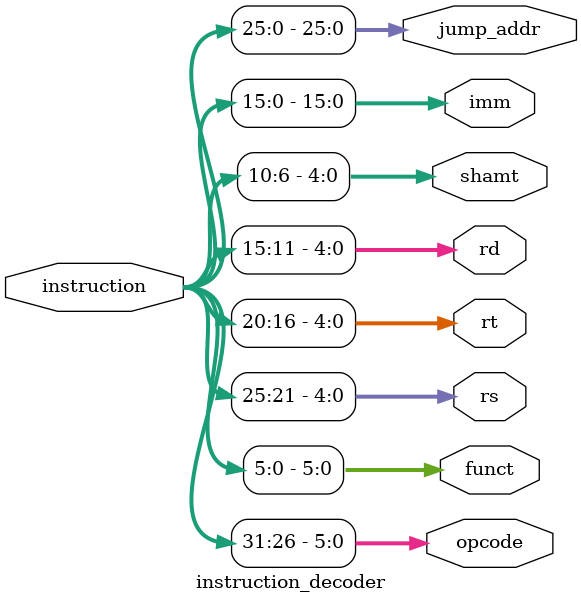
<source format=v>
`timescale 1ns / 1ps
`default_nettype none //helps catch typo-related bugs
module instruction_decoder(instruction, opcode, rs, rt, rd, shamt, funct, imm, jump_addr);

	//parameter definitions

	//port definitions - customize for different bit widths
	input wire [31:0] instruction;
	output wire [5:0] opcode, funct;
	output wire [4:0] rs, rt, rd, shamt;
	output wire [15:0] imm;
	output wire [25:0] jump_addr;

	assign opcode = instruction[31:26];
	assign rs = instruction[25:21];
	assign rt = instruction[20:16];
	assign rd = instruction[15:11];
	assign shamt = instruction[10:6];
	assign funct = instruction[5:0];
	assign imm = instruction[15:0];
	assign jump_addr = instruction[25:0];

endmodule
`default_nettype wire //some Xilinx IP requires that the default_nettype be set to wire

</source>
